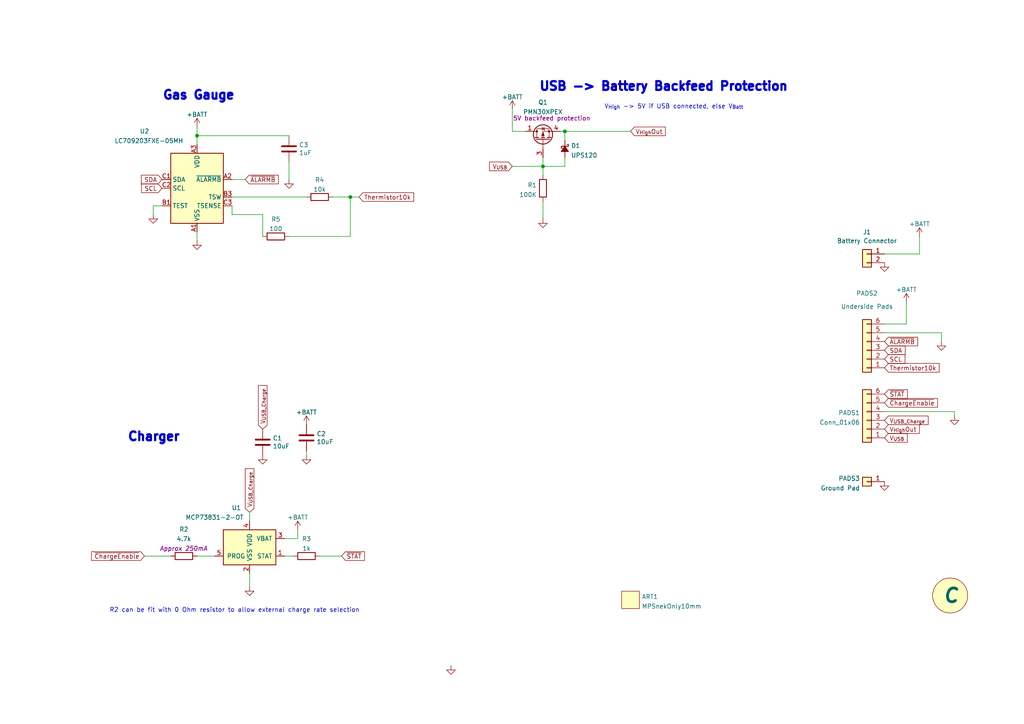
<source format=kicad_sch>
(kicad_sch (version 20211123) (generator eeschema)
  (paper "A4")
  (lib_symbols
    (symbol "Battery_Management:MCP73831-2-OT" (pin_names (offset 1.016))
      (property "Reference" "U" (at -7.62 6.35 0))
      (property "Value" "MCP73831-2-OT" (at 1.27 6.35 0))
      (symbol "MCP73831-2-OT_0_1"
        (rectangle (start -7.62 5.08) (end 7.62 -5.08) (stroke (width 0.254)) (fill (type background)))
      )
      (symbol "MCP73831-2-OT_1_1"
        (pin output line (at 10.16 -2.54 180) (length 2.54) (name "STAT") (number "1"))
        (pin power_in line (at 0 -7.62 90) (length 2.54) (name "VSS") (number "2"))
        (pin power_out line (at 10.16 2.54 180) (length 2.54) (name "VBAT") (number "3"))
        (pin power_in line (at 0 7.62 270) (length 2.54) (name "VDD") (number "4"))
        (pin input line (at -10.16 -2.54 0) (length 2.54) (name "PROG") (number "5"))
      )
    )
    (symbol "Connector_Generic:Conn_01x01" (pin_names (offset 1.016) hide)
      (property "Reference" "J" (at 0 2.54 0))
      (property "Value" "Conn_01x01" (at 0 -2.54 0))
      (symbol "Conn_01x01_1_1"
        (rectangle (start -1.27 0.127) (end 0 -0.127) (stroke (width 0.1524)))
        (rectangle (start -1.27 1.27) (end 1.27 -1.27) (stroke (width 0.254)) (fill (type background)))
        (pin passive line (at -5.08 0 0) (length 3.81) (name "Pin_1") (number "1"))
      )
    )
    (symbol "Connector_Generic:Conn_01x02" (pin_names (offset 1.016) hide)
      (property "Reference" "J" (at 0 2.54 0))
      (property "Value" "Conn_01x02" (at 0 -5.08 0))
      (symbol "Conn_01x02_1_1"
        (rectangle (start -1.27 -2.413) (end 0 -2.667) (stroke (width 0.1524)))
        (rectangle (start -1.27 0.127) (end 0 -0.127) (stroke (width 0.1524)))
        (rectangle (start -1.27 1.27) (end 1.27 -3.81) (stroke (width 0.254)) (fill (type background)))
        (pin passive line (at -5.08 0 0) (length 3.81) (name "Pin_1") (number "1"))
        (pin passive line (at -5.08 -2.54 0) (length 3.81) (name "Pin_2") (number "2"))
      )
    )
    (symbol "Connector_Generic:Conn_01x06" (pin_names (offset 1.016) hide)
      (property "Reference" "J" (at 0 7.62 0))
      (property "Value" "Conn_01x06" (at 0 -10.16 0))
      (symbol "Conn_01x06_1_1"
        (rectangle (start -1.27 -7.493) (end 0 -7.747) (stroke (width 0.1524)))
        (rectangle (start -1.27 -4.953) (end 0 -5.207) (stroke (width 0.1524)))
        (rectangle (start -1.27 -2.413) (end 0 -2.667) (stroke (width 0.1524)))
        (rectangle (start -1.27 0.127) (end 0 -0.127) (stroke (width 0.1524)))
        (rectangle (start -1.27 2.667) (end 0 2.413) (stroke (width 0.1524)))
        (rectangle (start -1.27 5.207) (end 0 4.953) (stroke (width 0.1524)))
        (rectangle (start -1.27 6.35) (end 1.27 -8.89) (stroke (width 0.254)) (fill (type background)))
        (pin passive line (at -5.08 5.08 0) (length 3.81) (name "Pin_1") (number "1"))
        (pin passive line (at -5.08 2.54 0) (length 3.81) (name "Pin_2") (number "2"))
        (pin passive line (at -5.08 0 0) (length 3.81) (name "Pin_3") (number "3"))
        (pin passive line (at -5.08 -2.54 0) (length 3.81) (name "Pin_4") (number "4"))
        (pin passive line (at -5.08 -5.08 0) (length 3.81) (name "Pin_5") (number "5"))
        (pin passive line (at -5.08 -7.62 0) (length 3.81) (name "Pin_6") (number "6"))
      )
    )
    (symbol "Device:C" (pin_numbers hide) (pin_names (offset 0.254))
      (property "Reference" "C" (at 0.635 2.54 0))
      (property "Value" "C" (at 0.635 -2.54 0))
      (symbol "C_0_1"
        (polyline (pts (xy -2.032 -0.762) (xy 2.032 -0.762)) (stroke (width 0.508)))
        (polyline (pts (xy -2.032 0.762) (xy 2.032 0.762)) (stroke (width 0.508)))
      )
      (symbol "C_1_1"
        (pin passive line (at 0 3.81 270) (length 2.794) (name "~") (number "1"))
        (pin passive line (at 0 -3.81 90) (length 2.794) (name "~") (number "2"))
      )
    )
    (symbol "Device:R" (pin_numbers hide) (pin_names (offset 0))
      (property "Reference" "R" (at 2.032 0 90))
      (property "Value" "R" (at 0 0 90))
      (symbol "R_0_1"
        (rectangle (start -1.016 -2.54) (end 1.016 2.54) (stroke (width 0.254)))
      )
      (symbol "R_1_1"
        (pin passive line (at 0 3.81 270) (length 1.27) (name "~") (number "1"))
        (pin passive line (at 0 -3.81 90) (length 1.27) (name "~") (number "2"))
      )
    )
    (symbol "MikeArtworkLib:MPSnekOnly10mm" (in_bom no)
      (property "Reference" "ART" (at 0 8.89 0))
      (property "Value" "MPSnekOnly10mm" (at 0 5.08 0))
      (symbol "MPSnekOnly10mm_0_1"
        (rectangle (start -2.54 2.54) (end 2.54 -2.54) (stroke (width 0.1524)) (fill (type background)))
      )
    )
    (symbol "MikeLib:LC709203FXE-05MH"
      (property "Reference" "U" (at -6.35 11.43 0))
      (property "Value" "LC709203FXE-05MH" (at 11.43 11.43 0))
      (symbol "LC709203FXE-05MH_0_1"
        (rectangle (start -7.62 10.16) (end 7.62 -10.16) (stroke (width 0.254)) (fill (type background)))
      )
      (symbol "LC709203FXE-05MH_1_1"
        (pin power_in line (at 0 -12.7 90) (length 2.54) (name "VSS") (number "A1"))
        (pin open_collector line (at 10.16 2.54 180) (length 2.54) (name "~{ALARMB}") (number "A2"))
        (pin power_in line (at 0 12.7 270) (length 2.54) (name "VDD") (number "A3"))
        (pin input line (at -10.16 -5.08 0) (length 2.54) (name "TEST") (number "B1"))
        (pin no_connect line (at 10.16 -8.89 180) (length 2.54) hide (name "") (number "B2"))
        (pin output line (at 10.16 -2.54 180) (length 2.54) (name "TSW") (number "B3"))
        (pin bidirectional line (at -10.16 2.54 0) (length 2.54) (name "SDA") (number "C1"))
        (pin input line (at -10.16 0 0) (length 2.54) (name "SCL") (number "C2"))
        (pin input line (at 10.16 -5.08 180) (length 2.54) (name "TSENSE") (number "C3"))
      )
    )
    (symbol "MikeLib:RevisionSymbol" (pin_numbers hide) (pin_names (offset 0) hide) (in_bom no)
      (property "Value" "RevisionSymbol" (at 0 0 0))
      (symbol "RevisionSymbol_0_1"
        (circle (center 0 0) (radius 5.08) (stroke (width 0.1524)) (fill (type background)))
      )
    )
    (symbol "MikeLib:UPS120" (pin_numbers hide) (pin_names (offset 0.254) hide)
      (property "Reference" "D" (at -1.27 5.08 0))
      (property "Value" "UPS120" (at -3.81 2.54 0))
      (symbol "UPS120_0_1"
        (polyline (pts (xy -0.762 0) (xy 0.762 0)))
        (polyline (pts (xy 0.762 -1.016) (xy -0.762 0) (xy 0.762 1.016) (xy 0.762 -1.016)) (stroke (width 0.254)) (fill (type outline)))
        (polyline (pts (xy -1.27 0.762) (xy -1.27 1.016) (xy -0.762 1.016) (xy -0.762 -1.016) (xy -0.254 -1.016) (xy -0.254 -0.762)) (stroke (width 0.254)))
      )
      (symbol "UPS120_1_1"
        (pin passive line (at -2.54 0 0) (length 1.778) (name "K") (number "1"))
        (pin passive line (at 2.54 0 180) (length 1.778) (name "A") (number "2"))
      )
    )
    (symbol "Transistor_FET:PMN48XP" (pin_names hide)
      (property "Reference" "Q" (at 5.08 2.54 0))
      (property "Value" "PMN48XP" (at 5.08 0 0))
      (symbol "PMN48XP_0_1"
        (polyline (pts (xy 0.254 0) (xy -2.54 0)))
        (polyline (pts (xy 0.254 1.905) (xy 0.254 -1.905)) (stroke (width 0.254)))
        (polyline (pts (xy 0.762 -1.27) (xy 0.762 -2.286)) (stroke (width 0.254)))
        (polyline (pts (xy 0.762 0.508) (xy 0.762 -0.508)) (stroke (width 0.254)))
        (polyline (pts (xy 0.762 2.286) (xy 0.762 1.27)) (stroke (width 0.254)))
        (polyline (pts (xy 2.54 2.54) (xy 2.54 1.778)))
        (polyline (pts (xy 2.54 -2.54) (xy 2.54 0) (xy 0.762 0)))
        (polyline (pts (xy 0.762 1.778) (xy 3.302 1.778) (xy 3.302 -1.778) (xy 0.762 -1.778)))
        (polyline (pts (xy 2.286 0) (xy 1.27 0.381) (xy 1.27 -0.381) (xy 2.286 0)) (fill (type outline)))
        (polyline (pts (xy 2.794 -0.508) (xy 2.921 -0.381) (xy 3.683 -0.381) (xy 3.81 -0.254)))
        (polyline (pts (xy 3.302 -0.381) (xy 2.921 0.254) (xy 3.683 0.254) (xy 3.302 -0.381)))
        (circle (center 1.651 0) (radius 2.794) (stroke (width 0.254)))
        (circle (center 2.54 -1.778) (radius 0.254) (fill (type outline)))
        (circle (center 2.54 1.778) (radius 0.254) (fill (type outline)))
      )
      (symbol "PMN48XP_1_1"
        (pin passive line (at 2.54 5.08 270) (length 2.54) (name "D") (number "1"))
        (pin passive line (at 2.54 5.08 270) (length 2.54) hide (name "D") (number "2"))
        (pin passive line (at -5.08 0 0) (length 2.54) (name "G") (number "3"))
        (pin passive line (at 2.54 -5.08 90) (length 2.54) (name "S") (number "4"))
        (pin passive line (at 2.54 5.08 270) (length 2.54) hide (name "D") (number "5"))
        (pin passive line (at 2.54 5.08 270) (length 2.54) hide (name "D") (number "6"))
      )
    )
    (symbol "power:+BATT" (power) (pin_names (offset 0))
      (property "Value" "+BATT" (at 0 3.556 0))
      (symbol "+BATT_0_1"
        (polyline (pts (xy -0.762 1.27) (xy 0 2.54)))
        (polyline (pts (xy 0 0) (xy 0 2.54)))
        (polyline (pts (xy 0 2.54) (xy 0.762 1.27)))
      )
      (symbol "+BATT_1_1"
        (pin power_in line (at 0 0 90) (length 0) hide (name "+BATT") (number "1"))
      )
    )
    (symbol "power:GND" (power) (pin_names (offset 0))
      (property "Value" "GND" (at 0 -3.81 0))
      (symbol "GND_0_1"
        (polyline (pts (xy 0 0) (xy 0 -1.27) (xy 1.27 -1.27) (xy 0 -2.54) (xy -1.27 -1.27) (xy 0 -1.27)))
      )
      (symbol "GND_1_1"
        (pin power_in line (at 0 0 270) (length 0) hide (name "GND") (number "1"))
      )
    )
  )
  (junction (at 101.6 57.15))
  (junction (at 157.48 48.26))
  (junction (at 57.15 39.37))
  (junction (at 163.83 38.1))
  (wire (pts (xy 67.31 59.69) (xy 67.31 62.23)))
  (wire (pts (xy 157.48 48.26) (xy 157.48 50.8)))
  (wire (pts (xy 163.83 48.26) (xy 163.83 45.72)))
  (wire (pts (xy 157.48 48.26) (xy 157.48 45.72)))
  (wire (pts (xy 67.31 57.15) (xy 88.9 57.15)))
  (wire (pts (xy 57.15 39.37) (xy 57.15 41.91)))
  (wire (pts (xy 148.59 31.75) (xy 148.59 38.1)))
  (wire (pts (xy 67.31 52.07) (xy 71.12 52.07)))
  (wire (pts (xy 162.56 38.1) (xy 163.83 38.1)))
  (wire (pts (xy 163.83 38.1) (xy 182.88 38.1)))
  (wire (pts (xy 86.36 156.21) (xy 86.36 153.67)))
  (wire (pts (xy 157.48 58.42) (xy 157.48 63.5)))
  (wire (pts (xy 46.99 59.69) (xy 44.45 59.69)))
  (wire (pts (xy 44.45 59.69) (xy 44.45 62.23)))
  (wire (pts (xy 83.82 46.99) (xy 83.82 52.07)))
  (wire (pts (xy 72.39 148.59) (xy 72.39 151.13)))
  (wire (pts (xy 163.83 38.1) (xy 163.83 40.64)))
  (wire (pts (xy 57.15 161.29) (xy 62.23 161.29)))
  (wire (pts (xy 157.48 48.26) (xy 163.83 48.26)))
  (wire (pts (xy 57.15 36.83) (xy 57.15 39.37)))
  (wire (pts (xy 82.55 156.21) (xy 86.36 156.21)))
  (wire (pts (xy 72.39 166.37) (xy 72.39 170.18)))
  (wire (pts (xy 148.59 38.1) (xy 152.4 38.1)))
  (wire (pts (xy 57.15 39.37) (xy 83.82 39.37)))
  (wire (pts (xy 57.15 67.31) (xy 57.15 69.85)))
  (wire (pts (xy 276.86 119.38) (xy 276.86 120.65)))
  (wire (pts (xy 92.71 161.29) (xy 99.06 161.29)))
  (wire (pts (xy 276.86 119.38) (xy 256.54 119.38)))
  (wire (pts (xy 101.6 57.15) (xy 96.52 57.15)))
  (wire (pts (xy 104.14 57.15) (xy 101.6 57.15)))
  (wire (pts (xy 82.55 161.29) (xy 85.09 161.29)))
  (wire (pts (xy 266.7 68.58) (xy 266.7 73.66)))
  (wire (pts (xy 256.54 96.52) (xy 273.05 96.52)))
  (wire (pts (xy 266.7 73.66) (xy 256.54 73.66)))
  (wire (pts (xy 41.91 161.29) (xy 49.53 161.29)))
  (wire (pts (xy 273.05 96.52) (xy 273.05 99.06)))
  (wire (pts (xy 148.59 48.26) (xy 157.48 48.26)))
  (wire (pts (xy 88.9 130.81) (xy 88.9 132.08)))
  (wire (pts (xy 76.2 62.23) (xy 76.2 68.58)))
  (wire (pts (xy 67.31 62.23) (xy 76.2 62.23)))
  (wire (pts (xy 101.6 57.15) (xy 101.6 68.58)))
  (wire (pts (xy 83.82 68.58) (xy 101.6 68.58)))
  (wire (pts (xy 262.89 93.98) (xy 262.89 87.63)))
  (wire (pts (xy 256.54 93.98) (xy 262.89 93.98)))
  (text "R2 can be fit with 0 Ohm resistor to allow external charge rate selection" (at 31.75 177.8 0) (effects (font (size 1.27 1.27)) (justify left bottom)))
  (text "USB -> Battery Backfeed Protection" (at 156.21 26.67 0) (effects (font (size 2.54 2.54) (thickness 1.016) bold) (justify left bottom)))
  (text "Gas Gauge" (at 46.99 29.21 0) (effects (font (size 2.54 2.54) (thickness 1.016) bold) (justify left bottom)))
  (text "V_{High} -> 5V if USB connected, else V_{Batt}" (at 175.26 31.75 0) (effects (font (size 1.27 1.27)) (justify left bottom)))
  (text "Charger" (at 36.83 128.27 0) (effects (font (size 2.54 2.54) (thickness 1.016) bold) (justify left bottom)))
  (global_label "~{STAT}" (shape input) (at 99.06 161.29 0) (property "Intersheet References" "${INTERSHEET_REFS}" (effects hide)))
  (global_label "V_{USB}" (shape input) (at 148.59 48.26 180) (property "Intersheet References" "${INTERSHEET_REFS}" (effects hide)))
  (global_label "Thermistor10k" (shape input) (at 256.54 106.68 0) (property "Intersheet References" "${INTERSHEET_REFS}" (effects hide)))
  (global_label "V_{High}Out" (shape input) (at 182.88 38.1 0) (property "Intersheet References" "${INTERSHEET_REFS}" (effects hide)))
  (global_label "~{ALARMB}" (shape input) (at 71.12 52.07 0) (property "Intersheet References" "${INTERSHEET_REFS}" (effects hide)))
  (global_label "V_{USB_Charge}" (shape input) (at 72.39 148.59 90) (property "Intersheet References" "${INTERSHEET_REFS}" (effects hide)))
  (global_label "~{ChargeEnable}" (shape input) (at 256.54 116.84 0) (property "Intersheet References" "${INTERSHEET_REFS}" (effects hide)))
  (global_label "~{STAT}" (shape input) (at 256.54 114.3 0) (property "Intersheet References" "${INTERSHEET_REFS}" (effects hide)))
  (global_label "SCL" (shape input) (at 256.54 104.14 0) (property "Intersheet References" "${INTERSHEET_REFS}" (effects hide)))
  (global_label "SDA" (shape input) (at 256.54 101.6 0) (property "Intersheet References" "${INTERSHEET_REFS}" (effects hide)))
  (global_label "~{ALARMB}" (shape input) (at 256.54 99.06 0) (property "Intersheet References" "${INTERSHEET_REFS}" (effects hide)))
  (global_label "~{ChargeEnable}" (shape input) (at 41.91 161.29 180) (property "Intersheet References" "${INTERSHEET_REFS}" (effects hide)))
  (global_label "V_{High}Out" (shape input) (at 256.54 124.46 0) (property "Intersheet References" "${INTERSHEET_REFS}" (effects hide)))
  (global_label "SCL" (shape input) (at 46.99 54.61 180) (property "Intersheet References" "${INTERSHEET_REFS}" (effects hide)))
  (global_label "V_{USB_Charge}" (shape input) (at 76.2 124.46 90) (property "Intersheet References" "${INTERSHEET_REFS}" (effects hide)))
  (global_label "V_{USB_Charge}" (shape input) (at 256.54 121.92 0) (property "Intersheet References" "${INTERSHEET_REFS}" (effects hide)))
  (global_label "Thermistor10k" (shape input) (at 104.14 57.15 0) (property "Intersheet References" "${INTERSHEET_REFS}" (effects hide)))
  (global_label "SDA" (shape input) (at 46.99 52.07 180) (property "Intersheet References" "${INTERSHEET_REFS}" (effects hide)))
  (global_label "V_{USB}" (shape input) (at 256.54 127 0) (property "Intersheet References" "${INTERSHEET_REFS}" (effects hide)))
  (symbol (lib_id "power:GND") (at 44.45 62.23 0) (unit 1)
    (property "Reference" "#PWR014" (effects hide))
    (property "Value" "GND" (effects hide))
  )
  (symbol (lib_id "power:+BATT") (at 262.89 87.63 0) (mirror y) (unit 1)
    (property "Reference" "#PWR02" (effects hide))
    (property "Value" "+BATT" (at 262.89 84.0254 0))
  )
  (symbol (lib_id "power:GND") (at 83.82 52.07 0) (unit 1)
    (property "Reference" "#PWR012" (effects hide))
    (property "Value" "GND" (effects hide))
  )
  (symbol (lib_id "Device:C") (at 76.2 128.27 0) (unit 1)
    (property "Reference" "C1" (at 79.121 127.1016 0) (effects (justify left)))
    (property "Value" "10uF" (at 79.121 129.413 0) (effects (justify left)))
    (property "Footprint" "Capacitor_SMD:C_0603_1608Metric" (effects hide))
  )
  (symbol (lib_id "Device:C") (at 83.82 43.18 0) (unit 1)
    (property "Reference" "C3" (at 86.741 42.0116 0) (effects (justify left)))
    (property "Value" "1uF" (at 86.741 44.323 0) (effects (justify left)))
    (property "Footprint" "Capacitor_SMD:C_0603_1608Metric" (effects hide))
  )
  (symbol (lib_id "Device:R") (at 80.01 68.58 270) (mirror x) (unit 1)
    (property "Reference" "R5" (at 80.01 63.5975 90))
    (property "Value" "100" (at 80.01 66.3726 90))
    (property "Footprint" "Resistor_SMD:R_0402_1005Metric" (effects hide))
  )
  (symbol (lib_id "MikeLib:RevisionSymbol") (at 275.59 172.72 0) (unit 1) (in_bom no)
    (property "Reference" "MISC1" (effects hide))
    (property "Value" "C" (at 273.05 172.72 0) (effects (font (size 4 4) bold italic) (justify left)))
    (property "Footprint" "MikeFootprintLib:RevisionSymbol_Small" (effects hide))
  )
  (symbol (lib_id "Device:R") (at 92.71 57.15 270) (unit 1)
    (property "Reference" "R4" (at 92.71 52.1675 90))
    (property "Value" "10k" (at 92.71 54.9426 90))
    (property "Footprint" "Resistor_SMD:R_0402_1005Metric" (effects hide))
  )
  (symbol (lib_id "power:GND") (at 76.2 132.08 0) (unit 1)
    (property "Reference" "#PWR09" (effects hide))
    (property "Value" "GND" (effects hide))
  )
  (symbol (lib_id "power:+BATT") (at 88.9 123.19 0) (unit 1)
    (property "Reference" "#PWR07" (effects hide))
    (property "Value" "+BATT" (at 88.9 119.5854 0))
  )
  (symbol (lib_id "power:GND") (at 88.9 132.08 0) (unit 1)
    (property "Reference" "#PWR010" (effects hide))
    (property "Value" "GND" (effects hide))
  )
  (symbol (lib_id "Device:C") (at 88.9 127 0) (unit 1)
    (property "Reference" "C2" (at 91.821 125.8316 0) (effects (justify left)))
    (property "Value" "10uF" (at 91.821 128.143 0) (effects (justify left)))
    (property "Footprint" "Capacitor_SMD:C_0603_1608Metric" (effects hide))
  )
  (symbol (lib_id "power:GND") (at 157.48 63.5 0) (unit 1)
    (property "Reference" "#PWR05" (effects hide))
    (property "Value" "GND" (effects hide))
  )
  (symbol (lib_id "Battery_Management:MCP73831-2-OT") (at 72.39 158.75 0) (unit 1)
    (property "Reference" "U1" (at 68.58 147.2904 0))
    (property "Value" "MCP73831-2-OT" (at 62.23 150.0655 0))
    (property "Footprint" "Package_TO_SOT_SMD:SOT-23-5" (effects hide))
    (property "Datasheet" "http://ww1.microchip.com/downloads/en/DeviceDoc/20001984g.pdf" (effects hide))
  )
  (symbol (lib_id "Connector_Generic:Conn_01x06") (at 251.46 121.92 180) (unit 1)
    (property "Reference" "PADS1" (at 249.428 119.7415 0) (effects (justify left)))
    (property "Value" "Conn_01x06" (at 249.428 122.5166 0) (effects (justify left)))
    (property "Footprint" "MikeConnectorFootprints:EdgePad_1x06" (effects hide))
  )
  (symbol (lib_id "power:GND") (at 276.86 120.65 0) (mirror y) (unit 1)
    (property "Reference" "#PWR04" (effects hide))
    (property "Value" "GND" (effects hide))
  )
  (symbol (lib_id "Connector_Generic:Conn_01x01") (at 251.46 139.7 0) (mirror y) (unit 1)
    (property "Reference" "PADS3" (at 249.4281 138.7915 0) (effects (justify left)))
    (property "Value" "Ground Pad" (at 249.4281 141.5666 0) (effects (justify left)))
    (property "Footprint" "MikeConnectorFootprints:GND_PAD" (effects hide))
  )
  (symbol (lib_id "MikeArtworkLib:MPSnekOnly10mm") (at 182.88 173.99 0) (unit 1) (in_bom no)
    (property "Reference" "ART1" (at 186.1312 173.0815 0) (effects (justify left)))
    (property "Value" "MPSnekOnly10mm" (at 186.1312 175.8566 0) (effects (justify left)))
    (property "Footprint" "MikeArtworkLib:MPSnekOnly_10x6mm" (effects hide))
  )
  (symbol (lib_id "Device:R") (at 157.48 54.61 0) (mirror x) (unit 1)
    (property "Reference" "R1" (at 155.7019 53.7015 0) (effects (justify right)))
    (property "Value" "100K" (at 155.7019 56.4766 0) (effects (justify right)))
    (property "Footprint" "Resistor_SMD:R_0402_1005Metric" (effects hide))
  )
  (symbol (lib_id "Device:R") (at 88.9 161.29 90) (unit 1)
    (property "Reference" "R3" (at 88.9 156.3075 90))
    (property "Value" "1k" (at 88.9 159.0826 90))
    (property "Footprint" "Resistor_SMD:R_0402_1005Metric" (effects hide))
  )
  (symbol (lib_id "Connector_Generic:Conn_01x02") (at 251.46 73.66 0) (mirror y) (unit 1)
    (property "Reference" "J1" (at 251.46 67.31 0))
    (property "Value" "Battery Connector" (at 251.46 69.85 0))
    (property "Footprint" "MikeConnectorFootprints:JST_PH_S2B_B2B_Vers" (effects hide))
  )
  (symbol (lib_id "power:GND") (at 130.81 193.04 0) (unit 1)
    (property "Reference" "#PWR018" (effects hide))
    (property "Value" "GND" (effects hide))
  )
  (symbol (lib_id "power:+BATT") (at 86.36 153.67 0) (unit 1)
    (property "Reference" "#PWR015" (effects hide))
    (property "Value" "+BATT" (at 86.36 150.0654 0))
  )
  (symbol (lib_id "power:+BATT") (at 148.59 31.75 0) (unit 1)
    (property "Reference" "#PWR01" (effects hide))
    (property "Value" "+BATT" (at 148.59 28.1454 0))
  )
  (symbol (lib_id "MikeLib:LC709203FXE-05MH") (at 57.15 54.61 0) (unit 1)
    (property "Reference" "U2" (at 41.91 38.0704 0))
    (property "Value" "LC709203FXE-05MH" (at 43.18 40.8455 0))
    (property "Footprint" "MikeFootprintLib:WLCSP9-1.60x1.76mm" (effects hide))
    (property "Datasheet" "https://www.onsemi.com/pub/Collateral/LC709203F-D.PDF" (effects hide))
  )
  (symbol (lib_id "power:GND") (at 57.15 69.85 0) (unit 1)
    (property "Reference" "#PWR016" (effects hide))
    (property "Value" "GND" (effects hide))
  )
  (symbol (lib_id "power:GND") (at 273.05 99.06 0) (mirror y) (unit 1)
    (property "Reference" "#PWR03" (effects hide))
    (property "Value" "GND" (effects hide))
  )
  (symbol (lib_id "power:GND") (at 72.39 170.18 0) (unit 1)
    (property "Reference" "#PWR017" (effects hide))
    (property "Value" "GND" (effects hide))
  )
  (symbol (lib_id "power:GND") (at 256.54 76.2 0) (unit 1)
    (property "Reference" "#PWR013" (effects hide))
    (property "Value" "GND" (effects hide))
  )
  (symbol (lib_id "power:GND") (at 256.54 139.7 0) (mirror y) (unit 1)
    (property "Reference" "#PWR06" (effects hide))
    (property "Value" "GND" (effects hide))
  )
  (symbol (lib_id "Transistor_FET:PMN48XP") (at 157.48 40.64 90) (unit 1)
    (property "Reference" "Q1" (at 157.48 29.6884 90))
    (property "Value" "PMN30XPEX" (at 157.48 32.4635 90))
    (property "Footprint" "Package_SO:TSOP-6_1.65x3.05mm_P0.95mm" (effects hide))
    (property "Datasheet" "https://assets.nexperia.com/documents/data-sheet/PMN30XPEX.pdf" (effects hide))
    (property "Note" "5V backfeed protection" (at 160.02 34.29 90))
  )
  (symbol (lib_id "power:+BATT") (at 266.7 68.58 0) (unit 1)
    (property "Reference" "#PWR011" (effects hide))
    (property "Value" "+BATT" (at 266.7 64.9754 0))
  )
  (symbol (lib_id "power:+BATT") (at 57.15 36.83 0) (unit 1)
    (property "Reference" "#PWR08" (effects hide))
    (property "Value" "+BATT" (at 57.15 33.2254 0))
  )
  (symbol (lib_id "Device:R") (at 53.34 161.29 90) (unit 1)
    (property "Reference" "R2" (at 53.34 153.5323 90))
    (property "Value" "4.7k" (at 53.34 156.3074 90))
    (property "Footprint" "Resistor_SMD:R_0603_1608Metric_Pad0.98x0.95mm_HandSolder" (effects hide))
    (property "Rate" "Approx 250mA" (at 53.34 159.0825 90) (effects (font italic)))
  )
  (symbol (lib_id "MikeLib:UPS120") (at 163.83 43.18 270) (unit 1)
    (property "Reference" "D1" (at 165.6081 42.2715 90) (effects (justify left)))
    (property "Value" "UPS120" (at 165.6081 45.0466 90) (effects (justify left)))
    (property "Footprint" "MikeFootprintLib:UPS120_D_Powermite_AK" (effects hide))
  )
  (symbol (lib_id "Connector_Generic:Conn_01x06") (at 251.46 101.6 180) (unit 1)
    (property "Reference" "PADS2" (at 251.46 85.09 0))
    (property "Value" "Underside Pads" (at 251.46 88.9 0))
    (property "Footprint" "MikeConnectorFootprints:EdgePad_1x06" (effects hide))
  )
)
</source>
